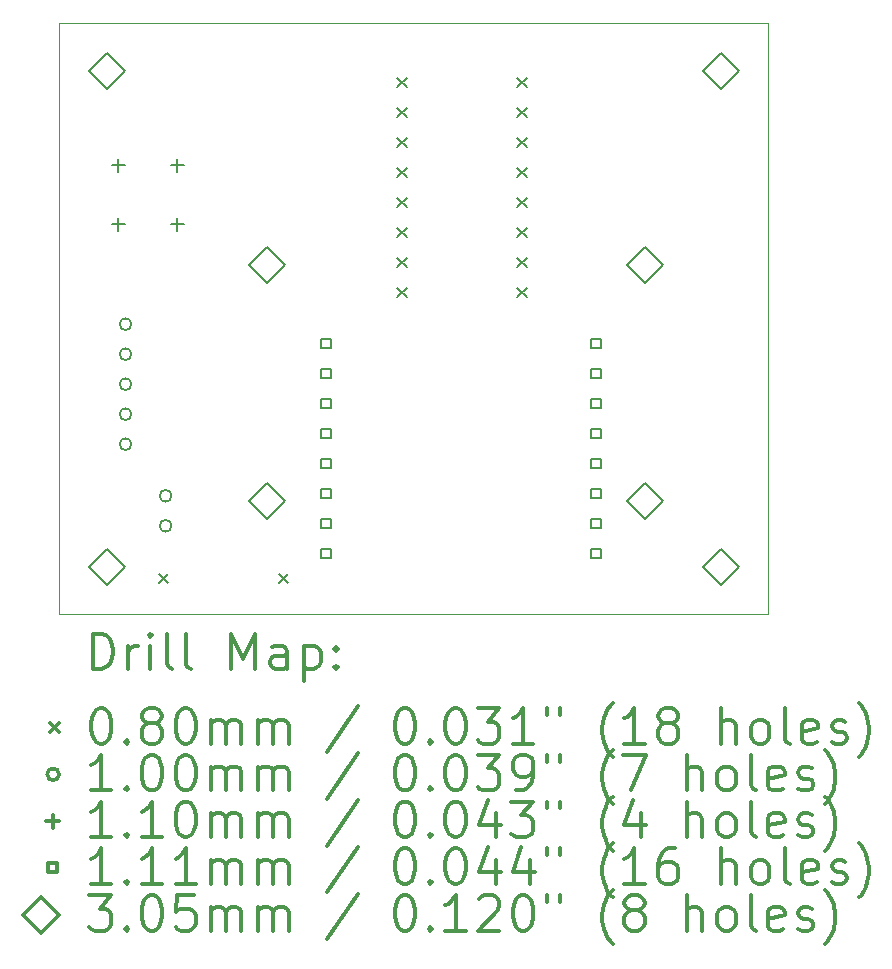
<source format=gbr>
%FSLAX45Y45*%
G04 Gerber Fmt 4.5, Leading zero omitted, Abs format (unit mm)*
G04 Created by KiCad (PCBNEW (5.1.2-1)-1) date 2019-05-17 18:31:45*
%MOMM*%
%LPD*%
G04 APERTURE LIST*
%ADD10C,0.050000*%
%ADD11C,0.200000*%
%ADD12C,0.300000*%
G04 APERTURE END LIST*
D10*
X9710000Y-11522000D02*
X9710000Y-6522000D01*
X15710000Y-11522000D02*
X9710000Y-11522000D01*
X15710000Y-6522000D02*
X15710000Y-11522000D01*
X9710000Y-6522000D02*
X15710000Y-6522000D01*
D11*
X10554000Y-11182000D02*
X10634000Y-11262000D01*
X10634000Y-11182000D02*
X10554000Y-11262000D01*
X11570000Y-11182000D02*
X11650000Y-11262000D01*
X11650000Y-11182000D02*
X11570000Y-11262000D01*
X12570000Y-6982000D02*
X12650000Y-7062000D01*
X12650000Y-6982000D02*
X12570000Y-7062000D01*
X12570000Y-7236000D02*
X12650000Y-7316000D01*
X12650000Y-7236000D02*
X12570000Y-7316000D01*
X12570000Y-7490000D02*
X12650000Y-7570000D01*
X12650000Y-7490000D02*
X12570000Y-7570000D01*
X12570000Y-7744000D02*
X12650000Y-7824000D01*
X12650000Y-7744000D02*
X12570000Y-7824000D01*
X12570000Y-7998000D02*
X12650000Y-8078000D01*
X12650000Y-7998000D02*
X12570000Y-8078000D01*
X12570000Y-8252000D02*
X12650000Y-8332000D01*
X12650000Y-8252000D02*
X12570000Y-8332000D01*
X12570000Y-8506000D02*
X12650000Y-8586000D01*
X12650000Y-8506000D02*
X12570000Y-8586000D01*
X12570000Y-8760000D02*
X12650000Y-8840000D01*
X12650000Y-8760000D02*
X12570000Y-8840000D01*
X13586000Y-6982000D02*
X13666000Y-7062000D01*
X13666000Y-6982000D02*
X13586000Y-7062000D01*
X13586000Y-7236000D02*
X13666000Y-7316000D01*
X13666000Y-7236000D02*
X13586000Y-7316000D01*
X13586000Y-7490000D02*
X13666000Y-7570000D01*
X13666000Y-7490000D02*
X13586000Y-7570000D01*
X13586000Y-7744000D02*
X13666000Y-7824000D01*
X13666000Y-7744000D02*
X13586000Y-7824000D01*
X13586000Y-7998000D02*
X13666000Y-8078000D01*
X13666000Y-7998000D02*
X13586000Y-8078000D01*
X13586000Y-8252000D02*
X13666000Y-8332000D01*
X13666000Y-8252000D02*
X13586000Y-8332000D01*
X13586000Y-8506000D02*
X13666000Y-8586000D01*
X13666000Y-8506000D02*
X13586000Y-8586000D01*
X13586000Y-8760000D02*
X13666000Y-8840000D01*
X13666000Y-8760000D02*
X13586000Y-8840000D01*
X10320100Y-9069200D02*
G75*
G03X10320100Y-9069200I-50000J0D01*
G01*
X10320100Y-9323200D02*
G75*
G03X10320100Y-9323200I-50000J0D01*
G01*
X10320100Y-9577200D02*
G75*
G03X10320100Y-9577200I-50000J0D01*
G01*
X10320100Y-9831200D02*
G75*
G03X10320100Y-9831200I-50000J0D01*
G01*
X10320100Y-10085200D02*
G75*
G03X10320100Y-10085200I-50000J0D01*
G01*
X10660000Y-10522000D02*
G75*
G03X10660000Y-10522000I-50000J0D01*
G01*
X10660000Y-10776000D02*
G75*
G03X10660000Y-10776000I-50000J0D01*
G01*
X10210000Y-7667000D02*
X10210000Y-7777000D01*
X10155000Y-7722000D02*
X10265000Y-7722000D01*
X10210000Y-8167000D02*
X10210000Y-8277000D01*
X10155000Y-8222000D02*
X10265000Y-8222000D01*
X10710000Y-7667000D02*
X10710000Y-7777000D01*
X10655000Y-7722000D02*
X10765000Y-7722000D01*
X10710000Y-8167000D02*
X10710000Y-8277000D01*
X10655000Y-8222000D02*
X10765000Y-8222000D01*
X12006245Y-9272245D02*
X12006245Y-9193755D01*
X11927755Y-9193755D01*
X11927755Y-9272245D01*
X12006245Y-9272245D01*
X12006245Y-9526245D02*
X12006245Y-9447755D01*
X11927755Y-9447755D01*
X11927755Y-9526245D01*
X12006245Y-9526245D01*
X12006245Y-9780245D02*
X12006245Y-9701755D01*
X11927755Y-9701755D01*
X11927755Y-9780245D01*
X12006245Y-9780245D01*
X12006245Y-10034245D02*
X12006245Y-9955755D01*
X11927755Y-9955755D01*
X11927755Y-10034245D01*
X12006245Y-10034245D01*
X12006245Y-10288245D02*
X12006245Y-10209755D01*
X11927755Y-10209755D01*
X11927755Y-10288245D01*
X12006245Y-10288245D01*
X12006245Y-10542245D02*
X12006245Y-10463755D01*
X11927755Y-10463755D01*
X11927755Y-10542245D01*
X12006245Y-10542245D01*
X12006245Y-10796245D02*
X12006245Y-10717755D01*
X11927755Y-10717755D01*
X11927755Y-10796245D01*
X12006245Y-10796245D01*
X12006245Y-11050245D02*
X12006245Y-10971755D01*
X11927755Y-10971755D01*
X11927755Y-11050245D01*
X12006245Y-11050245D01*
X14292245Y-9272245D02*
X14292245Y-9193755D01*
X14213755Y-9193755D01*
X14213755Y-9272245D01*
X14292245Y-9272245D01*
X14292245Y-9526245D02*
X14292245Y-9447755D01*
X14213755Y-9447755D01*
X14213755Y-9526245D01*
X14292245Y-9526245D01*
X14292245Y-9780245D02*
X14292245Y-9701755D01*
X14213755Y-9701755D01*
X14213755Y-9780245D01*
X14292245Y-9780245D01*
X14292245Y-10034245D02*
X14292245Y-9955755D01*
X14213755Y-9955755D01*
X14213755Y-10034245D01*
X14292245Y-10034245D01*
X14292245Y-10288245D02*
X14292245Y-10209755D01*
X14213755Y-10209755D01*
X14213755Y-10288245D01*
X14292245Y-10288245D01*
X14292245Y-10542245D02*
X14292245Y-10463755D01*
X14213755Y-10463755D01*
X14213755Y-10542245D01*
X14292245Y-10542245D01*
X14292245Y-10796245D02*
X14292245Y-10717755D01*
X14213755Y-10717755D01*
X14213755Y-10796245D01*
X14292245Y-10796245D01*
X14292245Y-11050245D02*
X14292245Y-10971755D01*
X14213755Y-10971755D01*
X14213755Y-11050245D01*
X14292245Y-11050245D01*
X15310000Y-7074400D02*
X15462400Y-6922000D01*
X15310000Y-6769600D01*
X15157600Y-6922000D01*
X15310000Y-7074400D01*
X10110000Y-11274400D02*
X10262400Y-11122000D01*
X10110000Y-10969600D01*
X9957600Y-11122000D01*
X10110000Y-11274400D01*
X11471600Y-8720100D02*
X11624000Y-8567700D01*
X11471600Y-8415300D01*
X11319200Y-8567700D01*
X11471600Y-8720100D01*
X11471600Y-10720100D02*
X11624000Y-10567700D01*
X11471600Y-10415300D01*
X11319200Y-10567700D01*
X11471600Y-10720100D01*
X14671600Y-8720100D02*
X14824000Y-8567700D01*
X14671600Y-8415300D01*
X14519200Y-8567700D01*
X14671600Y-8720100D01*
X14671600Y-10720100D02*
X14824000Y-10567700D01*
X14671600Y-10415300D01*
X14519200Y-10567700D01*
X14671600Y-10720100D01*
X15310000Y-11274400D02*
X15462400Y-11122000D01*
X15310000Y-10969600D01*
X15157600Y-11122000D01*
X15310000Y-11274400D01*
X10110000Y-7074400D02*
X10262400Y-6922000D01*
X10110000Y-6769600D01*
X9957600Y-6922000D01*
X10110000Y-7074400D01*
D12*
X9993928Y-11990214D02*
X9993928Y-11690214D01*
X10065357Y-11690214D01*
X10108214Y-11704500D01*
X10136786Y-11733071D01*
X10151071Y-11761643D01*
X10165357Y-11818786D01*
X10165357Y-11861643D01*
X10151071Y-11918786D01*
X10136786Y-11947357D01*
X10108214Y-11975929D01*
X10065357Y-11990214D01*
X9993928Y-11990214D01*
X10293928Y-11990214D02*
X10293928Y-11790214D01*
X10293928Y-11847357D02*
X10308214Y-11818786D01*
X10322500Y-11804500D01*
X10351071Y-11790214D01*
X10379643Y-11790214D01*
X10479643Y-11990214D02*
X10479643Y-11790214D01*
X10479643Y-11690214D02*
X10465357Y-11704500D01*
X10479643Y-11718786D01*
X10493928Y-11704500D01*
X10479643Y-11690214D01*
X10479643Y-11718786D01*
X10665357Y-11990214D02*
X10636786Y-11975929D01*
X10622500Y-11947357D01*
X10622500Y-11690214D01*
X10822500Y-11990214D02*
X10793928Y-11975929D01*
X10779643Y-11947357D01*
X10779643Y-11690214D01*
X11165357Y-11990214D02*
X11165357Y-11690214D01*
X11265357Y-11904500D01*
X11365357Y-11690214D01*
X11365357Y-11990214D01*
X11636786Y-11990214D02*
X11636786Y-11833071D01*
X11622500Y-11804500D01*
X11593928Y-11790214D01*
X11536786Y-11790214D01*
X11508214Y-11804500D01*
X11636786Y-11975929D02*
X11608214Y-11990214D01*
X11536786Y-11990214D01*
X11508214Y-11975929D01*
X11493928Y-11947357D01*
X11493928Y-11918786D01*
X11508214Y-11890214D01*
X11536786Y-11875929D01*
X11608214Y-11875929D01*
X11636786Y-11861643D01*
X11779643Y-11790214D02*
X11779643Y-12090214D01*
X11779643Y-11804500D02*
X11808214Y-11790214D01*
X11865357Y-11790214D01*
X11893928Y-11804500D01*
X11908214Y-11818786D01*
X11922500Y-11847357D01*
X11922500Y-11933071D01*
X11908214Y-11961643D01*
X11893928Y-11975929D01*
X11865357Y-11990214D01*
X11808214Y-11990214D01*
X11779643Y-11975929D01*
X12051071Y-11961643D02*
X12065357Y-11975929D01*
X12051071Y-11990214D01*
X12036786Y-11975929D01*
X12051071Y-11961643D01*
X12051071Y-11990214D01*
X12051071Y-11804500D02*
X12065357Y-11818786D01*
X12051071Y-11833071D01*
X12036786Y-11818786D01*
X12051071Y-11804500D01*
X12051071Y-11833071D01*
X9627500Y-12444500D02*
X9707500Y-12524500D01*
X9707500Y-12444500D02*
X9627500Y-12524500D01*
X10051071Y-12320214D02*
X10079643Y-12320214D01*
X10108214Y-12334500D01*
X10122500Y-12348786D01*
X10136786Y-12377357D01*
X10151071Y-12434500D01*
X10151071Y-12505929D01*
X10136786Y-12563071D01*
X10122500Y-12591643D01*
X10108214Y-12605929D01*
X10079643Y-12620214D01*
X10051071Y-12620214D01*
X10022500Y-12605929D01*
X10008214Y-12591643D01*
X9993928Y-12563071D01*
X9979643Y-12505929D01*
X9979643Y-12434500D01*
X9993928Y-12377357D01*
X10008214Y-12348786D01*
X10022500Y-12334500D01*
X10051071Y-12320214D01*
X10279643Y-12591643D02*
X10293928Y-12605929D01*
X10279643Y-12620214D01*
X10265357Y-12605929D01*
X10279643Y-12591643D01*
X10279643Y-12620214D01*
X10465357Y-12448786D02*
X10436786Y-12434500D01*
X10422500Y-12420214D01*
X10408214Y-12391643D01*
X10408214Y-12377357D01*
X10422500Y-12348786D01*
X10436786Y-12334500D01*
X10465357Y-12320214D01*
X10522500Y-12320214D01*
X10551071Y-12334500D01*
X10565357Y-12348786D01*
X10579643Y-12377357D01*
X10579643Y-12391643D01*
X10565357Y-12420214D01*
X10551071Y-12434500D01*
X10522500Y-12448786D01*
X10465357Y-12448786D01*
X10436786Y-12463071D01*
X10422500Y-12477357D01*
X10408214Y-12505929D01*
X10408214Y-12563071D01*
X10422500Y-12591643D01*
X10436786Y-12605929D01*
X10465357Y-12620214D01*
X10522500Y-12620214D01*
X10551071Y-12605929D01*
X10565357Y-12591643D01*
X10579643Y-12563071D01*
X10579643Y-12505929D01*
X10565357Y-12477357D01*
X10551071Y-12463071D01*
X10522500Y-12448786D01*
X10765357Y-12320214D02*
X10793928Y-12320214D01*
X10822500Y-12334500D01*
X10836786Y-12348786D01*
X10851071Y-12377357D01*
X10865357Y-12434500D01*
X10865357Y-12505929D01*
X10851071Y-12563071D01*
X10836786Y-12591643D01*
X10822500Y-12605929D01*
X10793928Y-12620214D01*
X10765357Y-12620214D01*
X10736786Y-12605929D01*
X10722500Y-12591643D01*
X10708214Y-12563071D01*
X10693928Y-12505929D01*
X10693928Y-12434500D01*
X10708214Y-12377357D01*
X10722500Y-12348786D01*
X10736786Y-12334500D01*
X10765357Y-12320214D01*
X10993928Y-12620214D02*
X10993928Y-12420214D01*
X10993928Y-12448786D02*
X11008214Y-12434500D01*
X11036786Y-12420214D01*
X11079643Y-12420214D01*
X11108214Y-12434500D01*
X11122500Y-12463071D01*
X11122500Y-12620214D01*
X11122500Y-12463071D02*
X11136786Y-12434500D01*
X11165357Y-12420214D01*
X11208214Y-12420214D01*
X11236786Y-12434500D01*
X11251071Y-12463071D01*
X11251071Y-12620214D01*
X11393928Y-12620214D02*
X11393928Y-12420214D01*
X11393928Y-12448786D02*
X11408214Y-12434500D01*
X11436786Y-12420214D01*
X11479643Y-12420214D01*
X11508214Y-12434500D01*
X11522500Y-12463071D01*
X11522500Y-12620214D01*
X11522500Y-12463071D02*
X11536786Y-12434500D01*
X11565357Y-12420214D01*
X11608214Y-12420214D01*
X11636786Y-12434500D01*
X11651071Y-12463071D01*
X11651071Y-12620214D01*
X12236786Y-12305929D02*
X11979643Y-12691643D01*
X12622500Y-12320214D02*
X12651071Y-12320214D01*
X12679643Y-12334500D01*
X12693928Y-12348786D01*
X12708214Y-12377357D01*
X12722500Y-12434500D01*
X12722500Y-12505929D01*
X12708214Y-12563071D01*
X12693928Y-12591643D01*
X12679643Y-12605929D01*
X12651071Y-12620214D01*
X12622500Y-12620214D01*
X12593928Y-12605929D01*
X12579643Y-12591643D01*
X12565357Y-12563071D01*
X12551071Y-12505929D01*
X12551071Y-12434500D01*
X12565357Y-12377357D01*
X12579643Y-12348786D01*
X12593928Y-12334500D01*
X12622500Y-12320214D01*
X12851071Y-12591643D02*
X12865357Y-12605929D01*
X12851071Y-12620214D01*
X12836786Y-12605929D01*
X12851071Y-12591643D01*
X12851071Y-12620214D01*
X13051071Y-12320214D02*
X13079643Y-12320214D01*
X13108214Y-12334500D01*
X13122500Y-12348786D01*
X13136786Y-12377357D01*
X13151071Y-12434500D01*
X13151071Y-12505929D01*
X13136786Y-12563071D01*
X13122500Y-12591643D01*
X13108214Y-12605929D01*
X13079643Y-12620214D01*
X13051071Y-12620214D01*
X13022500Y-12605929D01*
X13008214Y-12591643D01*
X12993928Y-12563071D01*
X12979643Y-12505929D01*
X12979643Y-12434500D01*
X12993928Y-12377357D01*
X13008214Y-12348786D01*
X13022500Y-12334500D01*
X13051071Y-12320214D01*
X13251071Y-12320214D02*
X13436786Y-12320214D01*
X13336786Y-12434500D01*
X13379643Y-12434500D01*
X13408214Y-12448786D01*
X13422500Y-12463071D01*
X13436786Y-12491643D01*
X13436786Y-12563071D01*
X13422500Y-12591643D01*
X13408214Y-12605929D01*
X13379643Y-12620214D01*
X13293928Y-12620214D01*
X13265357Y-12605929D01*
X13251071Y-12591643D01*
X13722500Y-12620214D02*
X13551071Y-12620214D01*
X13636786Y-12620214D02*
X13636786Y-12320214D01*
X13608214Y-12363071D01*
X13579643Y-12391643D01*
X13551071Y-12405929D01*
X13836786Y-12320214D02*
X13836786Y-12377357D01*
X13951071Y-12320214D02*
X13951071Y-12377357D01*
X14393928Y-12734500D02*
X14379643Y-12720214D01*
X14351071Y-12677357D01*
X14336786Y-12648786D01*
X14322500Y-12605929D01*
X14308214Y-12534500D01*
X14308214Y-12477357D01*
X14322500Y-12405929D01*
X14336786Y-12363071D01*
X14351071Y-12334500D01*
X14379643Y-12291643D01*
X14393928Y-12277357D01*
X14665357Y-12620214D02*
X14493928Y-12620214D01*
X14579643Y-12620214D02*
X14579643Y-12320214D01*
X14551071Y-12363071D01*
X14522500Y-12391643D01*
X14493928Y-12405929D01*
X14836786Y-12448786D02*
X14808214Y-12434500D01*
X14793928Y-12420214D01*
X14779643Y-12391643D01*
X14779643Y-12377357D01*
X14793928Y-12348786D01*
X14808214Y-12334500D01*
X14836786Y-12320214D01*
X14893928Y-12320214D01*
X14922500Y-12334500D01*
X14936786Y-12348786D01*
X14951071Y-12377357D01*
X14951071Y-12391643D01*
X14936786Y-12420214D01*
X14922500Y-12434500D01*
X14893928Y-12448786D01*
X14836786Y-12448786D01*
X14808214Y-12463071D01*
X14793928Y-12477357D01*
X14779643Y-12505929D01*
X14779643Y-12563071D01*
X14793928Y-12591643D01*
X14808214Y-12605929D01*
X14836786Y-12620214D01*
X14893928Y-12620214D01*
X14922500Y-12605929D01*
X14936786Y-12591643D01*
X14951071Y-12563071D01*
X14951071Y-12505929D01*
X14936786Y-12477357D01*
X14922500Y-12463071D01*
X14893928Y-12448786D01*
X15308214Y-12620214D02*
X15308214Y-12320214D01*
X15436786Y-12620214D02*
X15436786Y-12463071D01*
X15422500Y-12434500D01*
X15393928Y-12420214D01*
X15351071Y-12420214D01*
X15322500Y-12434500D01*
X15308214Y-12448786D01*
X15622500Y-12620214D02*
X15593928Y-12605929D01*
X15579643Y-12591643D01*
X15565357Y-12563071D01*
X15565357Y-12477357D01*
X15579643Y-12448786D01*
X15593928Y-12434500D01*
X15622500Y-12420214D01*
X15665357Y-12420214D01*
X15693928Y-12434500D01*
X15708214Y-12448786D01*
X15722500Y-12477357D01*
X15722500Y-12563071D01*
X15708214Y-12591643D01*
X15693928Y-12605929D01*
X15665357Y-12620214D01*
X15622500Y-12620214D01*
X15893928Y-12620214D02*
X15865357Y-12605929D01*
X15851071Y-12577357D01*
X15851071Y-12320214D01*
X16122500Y-12605929D02*
X16093928Y-12620214D01*
X16036786Y-12620214D01*
X16008214Y-12605929D01*
X15993928Y-12577357D01*
X15993928Y-12463071D01*
X16008214Y-12434500D01*
X16036786Y-12420214D01*
X16093928Y-12420214D01*
X16122500Y-12434500D01*
X16136786Y-12463071D01*
X16136786Y-12491643D01*
X15993928Y-12520214D01*
X16251071Y-12605929D02*
X16279643Y-12620214D01*
X16336786Y-12620214D01*
X16365357Y-12605929D01*
X16379643Y-12577357D01*
X16379643Y-12563071D01*
X16365357Y-12534500D01*
X16336786Y-12520214D01*
X16293928Y-12520214D01*
X16265357Y-12505929D01*
X16251071Y-12477357D01*
X16251071Y-12463071D01*
X16265357Y-12434500D01*
X16293928Y-12420214D01*
X16336786Y-12420214D01*
X16365357Y-12434500D01*
X16479643Y-12734500D02*
X16493928Y-12720214D01*
X16522500Y-12677357D01*
X16536786Y-12648786D01*
X16551071Y-12605929D01*
X16565357Y-12534500D01*
X16565357Y-12477357D01*
X16551071Y-12405929D01*
X16536786Y-12363071D01*
X16522500Y-12334500D01*
X16493928Y-12291643D01*
X16479643Y-12277357D01*
X9707500Y-12880500D02*
G75*
G03X9707500Y-12880500I-50000J0D01*
G01*
X10151071Y-13016214D02*
X9979643Y-13016214D01*
X10065357Y-13016214D02*
X10065357Y-12716214D01*
X10036786Y-12759071D01*
X10008214Y-12787643D01*
X9979643Y-12801929D01*
X10279643Y-12987643D02*
X10293928Y-13001929D01*
X10279643Y-13016214D01*
X10265357Y-13001929D01*
X10279643Y-12987643D01*
X10279643Y-13016214D01*
X10479643Y-12716214D02*
X10508214Y-12716214D01*
X10536786Y-12730500D01*
X10551071Y-12744786D01*
X10565357Y-12773357D01*
X10579643Y-12830500D01*
X10579643Y-12901929D01*
X10565357Y-12959071D01*
X10551071Y-12987643D01*
X10536786Y-13001929D01*
X10508214Y-13016214D01*
X10479643Y-13016214D01*
X10451071Y-13001929D01*
X10436786Y-12987643D01*
X10422500Y-12959071D01*
X10408214Y-12901929D01*
X10408214Y-12830500D01*
X10422500Y-12773357D01*
X10436786Y-12744786D01*
X10451071Y-12730500D01*
X10479643Y-12716214D01*
X10765357Y-12716214D02*
X10793928Y-12716214D01*
X10822500Y-12730500D01*
X10836786Y-12744786D01*
X10851071Y-12773357D01*
X10865357Y-12830500D01*
X10865357Y-12901929D01*
X10851071Y-12959071D01*
X10836786Y-12987643D01*
X10822500Y-13001929D01*
X10793928Y-13016214D01*
X10765357Y-13016214D01*
X10736786Y-13001929D01*
X10722500Y-12987643D01*
X10708214Y-12959071D01*
X10693928Y-12901929D01*
X10693928Y-12830500D01*
X10708214Y-12773357D01*
X10722500Y-12744786D01*
X10736786Y-12730500D01*
X10765357Y-12716214D01*
X10993928Y-13016214D02*
X10993928Y-12816214D01*
X10993928Y-12844786D02*
X11008214Y-12830500D01*
X11036786Y-12816214D01*
X11079643Y-12816214D01*
X11108214Y-12830500D01*
X11122500Y-12859071D01*
X11122500Y-13016214D01*
X11122500Y-12859071D02*
X11136786Y-12830500D01*
X11165357Y-12816214D01*
X11208214Y-12816214D01*
X11236786Y-12830500D01*
X11251071Y-12859071D01*
X11251071Y-13016214D01*
X11393928Y-13016214D02*
X11393928Y-12816214D01*
X11393928Y-12844786D02*
X11408214Y-12830500D01*
X11436786Y-12816214D01*
X11479643Y-12816214D01*
X11508214Y-12830500D01*
X11522500Y-12859071D01*
X11522500Y-13016214D01*
X11522500Y-12859071D02*
X11536786Y-12830500D01*
X11565357Y-12816214D01*
X11608214Y-12816214D01*
X11636786Y-12830500D01*
X11651071Y-12859071D01*
X11651071Y-13016214D01*
X12236786Y-12701929D02*
X11979643Y-13087643D01*
X12622500Y-12716214D02*
X12651071Y-12716214D01*
X12679643Y-12730500D01*
X12693928Y-12744786D01*
X12708214Y-12773357D01*
X12722500Y-12830500D01*
X12722500Y-12901929D01*
X12708214Y-12959071D01*
X12693928Y-12987643D01*
X12679643Y-13001929D01*
X12651071Y-13016214D01*
X12622500Y-13016214D01*
X12593928Y-13001929D01*
X12579643Y-12987643D01*
X12565357Y-12959071D01*
X12551071Y-12901929D01*
X12551071Y-12830500D01*
X12565357Y-12773357D01*
X12579643Y-12744786D01*
X12593928Y-12730500D01*
X12622500Y-12716214D01*
X12851071Y-12987643D02*
X12865357Y-13001929D01*
X12851071Y-13016214D01*
X12836786Y-13001929D01*
X12851071Y-12987643D01*
X12851071Y-13016214D01*
X13051071Y-12716214D02*
X13079643Y-12716214D01*
X13108214Y-12730500D01*
X13122500Y-12744786D01*
X13136786Y-12773357D01*
X13151071Y-12830500D01*
X13151071Y-12901929D01*
X13136786Y-12959071D01*
X13122500Y-12987643D01*
X13108214Y-13001929D01*
X13079643Y-13016214D01*
X13051071Y-13016214D01*
X13022500Y-13001929D01*
X13008214Y-12987643D01*
X12993928Y-12959071D01*
X12979643Y-12901929D01*
X12979643Y-12830500D01*
X12993928Y-12773357D01*
X13008214Y-12744786D01*
X13022500Y-12730500D01*
X13051071Y-12716214D01*
X13251071Y-12716214D02*
X13436786Y-12716214D01*
X13336786Y-12830500D01*
X13379643Y-12830500D01*
X13408214Y-12844786D01*
X13422500Y-12859071D01*
X13436786Y-12887643D01*
X13436786Y-12959071D01*
X13422500Y-12987643D01*
X13408214Y-13001929D01*
X13379643Y-13016214D01*
X13293928Y-13016214D01*
X13265357Y-13001929D01*
X13251071Y-12987643D01*
X13579643Y-13016214D02*
X13636786Y-13016214D01*
X13665357Y-13001929D01*
X13679643Y-12987643D01*
X13708214Y-12944786D01*
X13722500Y-12887643D01*
X13722500Y-12773357D01*
X13708214Y-12744786D01*
X13693928Y-12730500D01*
X13665357Y-12716214D01*
X13608214Y-12716214D01*
X13579643Y-12730500D01*
X13565357Y-12744786D01*
X13551071Y-12773357D01*
X13551071Y-12844786D01*
X13565357Y-12873357D01*
X13579643Y-12887643D01*
X13608214Y-12901929D01*
X13665357Y-12901929D01*
X13693928Y-12887643D01*
X13708214Y-12873357D01*
X13722500Y-12844786D01*
X13836786Y-12716214D02*
X13836786Y-12773357D01*
X13951071Y-12716214D02*
X13951071Y-12773357D01*
X14393928Y-13130500D02*
X14379643Y-13116214D01*
X14351071Y-13073357D01*
X14336786Y-13044786D01*
X14322500Y-13001929D01*
X14308214Y-12930500D01*
X14308214Y-12873357D01*
X14322500Y-12801929D01*
X14336786Y-12759071D01*
X14351071Y-12730500D01*
X14379643Y-12687643D01*
X14393928Y-12673357D01*
X14479643Y-12716214D02*
X14679643Y-12716214D01*
X14551071Y-13016214D01*
X15022500Y-13016214D02*
X15022500Y-12716214D01*
X15151071Y-13016214D02*
X15151071Y-12859071D01*
X15136786Y-12830500D01*
X15108214Y-12816214D01*
X15065357Y-12816214D01*
X15036786Y-12830500D01*
X15022500Y-12844786D01*
X15336786Y-13016214D02*
X15308214Y-13001929D01*
X15293928Y-12987643D01*
X15279643Y-12959071D01*
X15279643Y-12873357D01*
X15293928Y-12844786D01*
X15308214Y-12830500D01*
X15336786Y-12816214D01*
X15379643Y-12816214D01*
X15408214Y-12830500D01*
X15422500Y-12844786D01*
X15436786Y-12873357D01*
X15436786Y-12959071D01*
X15422500Y-12987643D01*
X15408214Y-13001929D01*
X15379643Y-13016214D01*
X15336786Y-13016214D01*
X15608214Y-13016214D02*
X15579643Y-13001929D01*
X15565357Y-12973357D01*
X15565357Y-12716214D01*
X15836786Y-13001929D02*
X15808214Y-13016214D01*
X15751071Y-13016214D01*
X15722500Y-13001929D01*
X15708214Y-12973357D01*
X15708214Y-12859071D01*
X15722500Y-12830500D01*
X15751071Y-12816214D01*
X15808214Y-12816214D01*
X15836786Y-12830500D01*
X15851071Y-12859071D01*
X15851071Y-12887643D01*
X15708214Y-12916214D01*
X15965357Y-13001929D02*
X15993928Y-13016214D01*
X16051071Y-13016214D01*
X16079643Y-13001929D01*
X16093928Y-12973357D01*
X16093928Y-12959071D01*
X16079643Y-12930500D01*
X16051071Y-12916214D01*
X16008214Y-12916214D01*
X15979643Y-12901929D01*
X15965357Y-12873357D01*
X15965357Y-12859071D01*
X15979643Y-12830500D01*
X16008214Y-12816214D01*
X16051071Y-12816214D01*
X16079643Y-12830500D01*
X16193928Y-13130500D02*
X16208214Y-13116214D01*
X16236786Y-13073357D01*
X16251071Y-13044786D01*
X16265357Y-13001929D01*
X16279643Y-12930500D01*
X16279643Y-12873357D01*
X16265357Y-12801929D01*
X16251071Y-12759071D01*
X16236786Y-12730500D01*
X16208214Y-12687643D01*
X16193928Y-12673357D01*
X9652500Y-13221500D02*
X9652500Y-13331500D01*
X9597500Y-13276500D02*
X9707500Y-13276500D01*
X10151071Y-13412214D02*
X9979643Y-13412214D01*
X10065357Y-13412214D02*
X10065357Y-13112214D01*
X10036786Y-13155071D01*
X10008214Y-13183643D01*
X9979643Y-13197929D01*
X10279643Y-13383643D02*
X10293928Y-13397929D01*
X10279643Y-13412214D01*
X10265357Y-13397929D01*
X10279643Y-13383643D01*
X10279643Y-13412214D01*
X10579643Y-13412214D02*
X10408214Y-13412214D01*
X10493928Y-13412214D02*
X10493928Y-13112214D01*
X10465357Y-13155071D01*
X10436786Y-13183643D01*
X10408214Y-13197929D01*
X10765357Y-13112214D02*
X10793928Y-13112214D01*
X10822500Y-13126500D01*
X10836786Y-13140786D01*
X10851071Y-13169357D01*
X10865357Y-13226500D01*
X10865357Y-13297929D01*
X10851071Y-13355071D01*
X10836786Y-13383643D01*
X10822500Y-13397929D01*
X10793928Y-13412214D01*
X10765357Y-13412214D01*
X10736786Y-13397929D01*
X10722500Y-13383643D01*
X10708214Y-13355071D01*
X10693928Y-13297929D01*
X10693928Y-13226500D01*
X10708214Y-13169357D01*
X10722500Y-13140786D01*
X10736786Y-13126500D01*
X10765357Y-13112214D01*
X10993928Y-13412214D02*
X10993928Y-13212214D01*
X10993928Y-13240786D02*
X11008214Y-13226500D01*
X11036786Y-13212214D01*
X11079643Y-13212214D01*
X11108214Y-13226500D01*
X11122500Y-13255071D01*
X11122500Y-13412214D01*
X11122500Y-13255071D02*
X11136786Y-13226500D01*
X11165357Y-13212214D01*
X11208214Y-13212214D01*
X11236786Y-13226500D01*
X11251071Y-13255071D01*
X11251071Y-13412214D01*
X11393928Y-13412214D02*
X11393928Y-13212214D01*
X11393928Y-13240786D02*
X11408214Y-13226500D01*
X11436786Y-13212214D01*
X11479643Y-13212214D01*
X11508214Y-13226500D01*
X11522500Y-13255071D01*
X11522500Y-13412214D01*
X11522500Y-13255071D02*
X11536786Y-13226500D01*
X11565357Y-13212214D01*
X11608214Y-13212214D01*
X11636786Y-13226500D01*
X11651071Y-13255071D01*
X11651071Y-13412214D01*
X12236786Y-13097929D02*
X11979643Y-13483643D01*
X12622500Y-13112214D02*
X12651071Y-13112214D01*
X12679643Y-13126500D01*
X12693928Y-13140786D01*
X12708214Y-13169357D01*
X12722500Y-13226500D01*
X12722500Y-13297929D01*
X12708214Y-13355071D01*
X12693928Y-13383643D01*
X12679643Y-13397929D01*
X12651071Y-13412214D01*
X12622500Y-13412214D01*
X12593928Y-13397929D01*
X12579643Y-13383643D01*
X12565357Y-13355071D01*
X12551071Y-13297929D01*
X12551071Y-13226500D01*
X12565357Y-13169357D01*
X12579643Y-13140786D01*
X12593928Y-13126500D01*
X12622500Y-13112214D01*
X12851071Y-13383643D02*
X12865357Y-13397929D01*
X12851071Y-13412214D01*
X12836786Y-13397929D01*
X12851071Y-13383643D01*
X12851071Y-13412214D01*
X13051071Y-13112214D02*
X13079643Y-13112214D01*
X13108214Y-13126500D01*
X13122500Y-13140786D01*
X13136786Y-13169357D01*
X13151071Y-13226500D01*
X13151071Y-13297929D01*
X13136786Y-13355071D01*
X13122500Y-13383643D01*
X13108214Y-13397929D01*
X13079643Y-13412214D01*
X13051071Y-13412214D01*
X13022500Y-13397929D01*
X13008214Y-13383643D01*
X12993928Y-13355071D01*
X12979643Y-13297929D01*
X12979643Y-13226500D01*
X12993928Y-13169357D01*
X13008214Y-13140786D01*
X13022500Y-13126500D01*
X13051071Y-13112214D01*
X13408214Y-13212214D02*
X13408214Y-13412214D01*
X13336786Y-13097929D02*
X13265357Y-13312214D01*
X13451071Y-13312214D01*
X13536786Y-13112214D02*
X13722500Y-13112214D01*
X13622500Y-13226500D01*
X13665357Y-13226500D01*
X13693928Y-13240786D01*
X13708214Y-13255071D01*
X13722500Y-13283643D01*
X13722500Y-13355071D01*
X13708214Y-13383643D01*
X13693928Y-13397929D01*
X13665357Y-13412214D01*
X13579643Y-13412214D01*
X13551071Y-13397929D01*
X13536786Y-13383643D01*
X13836786Y-13112214D02*
X13836786Y-13169357D01*
X13951071Y-13112214D02*
X13951071Y-13169357D01*
X14393928Y-13526500D02*
X14379643Y-13512214D01*
X14351071Y-13469357D01*
X14336786Y-13440786D01*
X14322500Y-13397929D01*
X14308214Y-13326500D01*
X14308214Y-13269357D01*
X14322500Y-13197929D01*
X14336786Y-13155071D01*
X14351071Y-13126500D01*
X14379643Y-13083643D01*
X14393928Y-13069357D01*
X14636786Y-13212214D02*
X14636786Y-13412214D01*
X14565357Y-13097929D02*
X14493928Y-13312214D01*
X14679643Y-13312214D01*
X15022500Y-13412214D02*
X15022500Y-13112214D01*
X15151071Y-13412214D02*
X15151071Y-13255071D01*
X15136786Y-13226500D01*
X15108214Y-13212214D01*
X15065357Y-13212214D01*
X15036786Y-13226500D01*
X15022500Y-13240786D01*
X15336786Y-13412214D02*
X15308214Y-13397929D01*
X15293928Y-13383643D01*
X15279643Y-13355071D01*
X15279643Y-13269357D01*
X15293928Y-13240786D01*
X15308214Y-13226500D01*
X15336786Y-13212214D01*
X15379643Y-13212214D01*
X15408214Y-13226500D01*
X15422500Y-13240786D01*
X15436786Y-13269357D01*
X15436786Y-13355071D01*
X15422500Y-13383643D01*
X15408214Y-13397929D01*
X15379643Y-13412214D01*
X15336786Y-13412214D01*
X15608214Y-13412214D02*
X15579643Y-13397929D01*
X15565357Y-13369357D01*
X15565357Y-13112214D01*
X15836786Y-13397929D02*
X15808214Y-13412214D01*
X15751071Y-13412214D01*
X15722500Y-13397929D01*
X15708214Y-13369357D01*
X15708214Y-13255071D01*
X15722500Y-13226500D01*
X15751071Y-13212214D01*
X15808214Y-13212214D01*
X15836786Y-13226500D01*
X15851071Y-13255071D01*
X15851071Y-13283643D01*
X15708214Y-13312214D01*
X15965357Y-13397929D02*
X15993928Y-13412214D01*
X16051071Y-13412214D01*
X16079643Y-13397929D01*
X16093928Y-13369357D01*
X16093928Y-13355071D01*
X16079643Y-13326500D01*
X16051071Y-13312214D01*
X16008214Y-13312214D01*
X15979643Y-13297929D01*
X15965357Y-13269357D01*
X15965357Y-13255071D01*
X15979643Y-13226500D01*
X16008214Y-13212214D01*
X16051071Y-13212214D01*
X16079643Y-13226500D01*
X16193928Y-13526500D02*
X16208214Y-13512214D01*
X16236786Y-13469357D01*
X16251071Y-13440786D01*
X16265357Y-13397929D01*
X16279643Y-13326500D01*
X16279643Y-13269357D01*
X16265357Y-13197929D01*
X16251071Y-13155071D01*
X16236786Y-13126500D01*
X16208214Y-13083643D01*
X16193928Y-13069357D01*
X9691245Y-13711745D02*
X9691245Y-13633255D01*
X9612755Y-13633255D01*
X9612755Y-13711745D01*
X9691245Y-13711745D01*
X10151071Y-13808214D02*
X9979643Y-13808214D01*
X10065357Y-13808214D02*
X10065357Y-13508214D01*
X10036786Y-13551071D01*
X10008214Y-13579643D01*
X9979643Y-13593929D01*
X10279643Y-13779643D02*
X10293928Y-13793929D01*
X10279643Y-13808214D01*
X10265357Y-13793929D01*
X10279643Y-13779643D01*
X10279643Y-13808214D01*
X10579643Y-13808214D02*
X10408214Y-13808214D01*
X10493928Y-13808214D02*
X10493928Y-13508214D01*
X10465357Y-13551071D01*
X10436786Y-13579643D01*
X10408214Y-13593929D01*
X10865357Y-13808214D02*
X10693928Y-13808214D01*
X10779643Y-13808214D02*
X10779643Y-13508214D01*
X10751071Y-13551071D01*
X10722500Y-13579643D01*
X10693928Y-13593929D01*
X10993928Y-13808214D02*
X10993928Y-13608214D01*
X10993928Y-13636786D02*
X11008214Y-13622500D01*
X11036786Y-13608214D01*
X11079643Y-13608214D01*
X11108214Y-13622500D01*
X11122500Y-13651071D01*
X11122500Y-13808214D01*
X11122500Y-13651071D02*
X11136786Y-13622500D01*
X11165357Y-13608214D01*
X11208214Y-13608214D01*
X11236786Y-13622500D01*
X11251071Y-13651071D01*
X11251071Y-13808214D01*
X11393928Y-13808214D02*
X11393928Y-13608214D01*
X11393928Y-13636786D02*
X11408214Y-13622500D01*
X11436786Y-13608214D01*
X11479643Y-13608214D01*
X11508214Y-13622500D01*
X11522500Y-13651071D01*
X11522500Y-13808214D01*
X11522500Y-13651071D02*
X11536786Y-13622500D01*
X11565357Y-13608214D01*
X11608214Y-13608214D01*
X11636786Y-13622500D01*
X11651071Y-13651071D01*
X11651071Y-13808214D01*
X12236786Y-13493929D02*
X11979643Y-13879643D01*
X12622500Y-13508214D02*
X12651071Y-13508214D01*
X12679643Y-13522500D01*
X12693928Y-13536786D01*
X12708214Y-13565357D01*
X12722500Y-13622500D01*
X12722500Y-13693929D01*
X12708214Y-13751071D01*
X12693928Y-13779643D01*
X12679643Y-13793929D01*
X12651071Y-13808214D01*
X12622500Y-13808214D01*
X12593928Y-13793929D01*
X12579643Y-13779643D01*
X12565357Y-13751071D01*
X12551071Y-13693929D01*
X12551071Y-13622500D01*
X12565357Y-13565357D01*
X12579643Y-13536786D01*
X12593928Y-13522500D01*
X12622500Y-13508214D01*
X12851071Y-13779643D02*
X12865357Y-13793929D01*
X12851071Y-13808214D01*
X12836786Y-13793929D01*
X12851071Y-13779643D01*
X12851071Y-13808214D01*
X13051071Y-13508214D02*
X13079643Y-13508214D01*
X13108214Y-13522500D01*
X13122500Y-13536786D01*
X13136786Y-13565357D01*
X13151071Y-13622500D01*
X13151071Y-13693929D01*
X13136786Y-13751071D01*
X13122500Y-13779643D01*
X13108214Y-13793929D01*
X13079643Y-13808214D01*
X13051071Y-13808214D01*
X13022500Y-13793929D01*
X13008214Y-13779643D01*
X12993928Y-13751071D01*
X12979643Y-13693929D01*
X12979643Y-13622500D01*
X12993928Y-13565357D01*
X13008214Y-13536786D01*
X13022500Y-13522500D01*
X13051071Y-13508214D01*
X13408214Y-13608214D02*
X13408214Y-13808214D01*
X13336786Y-13493929D02*
X13265357Y-13708214D01*
X13451071Y-13708214D01*
X13693928Y-13608214D02*
X13693928Y-13808214D01*
X13622500Y-13493929D02*
X13551071Y-13708214D01*
X13736786Y-13708214D01*
X13836786Y-13508214D02*
X13836786Y-13565357D01*
X13951071Y-13508214D02*
X13951071Y-13565357D01*
X14393928Y-13922500D02*
X14379643Y-13908214D01*
X14351071Y-13865357D01*
X14336786Y-13836786D01*
X14322500Y-13793929D01*
X14308214Y-13722500D01*
X14308214Y-13665357D01*
X14322500Y-13593929D01*
X14336786Y-13551071D01*
X14351071Y-13522500D01*
X14379643Y-13479643D01*
X14393928Y-13465357D01*
X14665357Y-13808214D02*
X14493928Y-13808214D01*
X14579643Y-13808214D02*
X14579643Y-13508214D01*
X14551071Y-13551071D01*
X14522500Y-13579643D01*
X14493928Y-13593929D01*
X14922500Y-13508214D02*
X14865357Y-13508214D01*
X14836786Y-13522500D01*
X14822500Y-13536786D01*
X14793928Y-13579643D01*
X14779643Y-13636786D01*
X14779643Y-13751071D01*
X14793928Y-13779643D01*
X14808214Y-13793929D01*
X14836786Y-13808214D01*
X14893928Y-13808214D01*
X14922500Y-13793929D01*
X14936786Y-13779643D01*
X14951071Y-13751071D01*
X14951071Y-13679643D01*
X14936786Y-13651071D01*
X14922500Y-13636786D01*
X14893928Y-13622500D01*
X14836786Y-13622500D01*
X14808214Y-13636786D01*
X14793928Y-13651071D01*
X14779643Y-13679643D01*
X15308214Y-13808214D02*
X15308214Y-13508214D01*
X15436786Y-13808214D02*
X15436786Y-13651071D01*
X15422500Y-13622500D01*
X15393928Y-13608214D01*
X15351071Y-13608214D01*
X15322500Y-13622500D01*
X15308214Y-13636786D01*
X15622500Y-13808214D02*
X15593928Y-13793929D01*
X15579643Y-13779643D01*
X15565357Y-13751071D01*
X15565357Y-13665357D01*
X15579643Y-13636786D01*
X15593928Y-13622500D01*
X15622500Y-13608214D01*
X15665357Y-13608214D01*
X15693928Y-13622500D01*
X15708214Y-13636786D01*
X15722500Y-13665357D01*
X15722500Y-13751071D01*
X15708214Y-13779643D01*
X15693928Y-13793929D01*
X15665357Y-13808214D01*
X15622500Y-13808214D01*
X15893928Y-13808214D02*
X15865357Y-13793929D01*
X15851071Y-13765357D01*
X15851071Y-13508214D01*
X16122500Y-13793929D02*
X16093928Y-13808214D01*
X16036786Y-13808214D01*
X16008214Y-13793929D01*
X15993928Y-13765357D01*
X15993928Y-13651071D01*
X16008214Y-13622500D01*
X16036786Y-13608214D01*
X16093928Y-13608214D01*
X16122500Y-13622500D01*
X16136786Y-13651071D01*
X16136786Y-13679643D01*
X15993928Y-13708214D01*
X16251071Y-13793929D02*
X16279643Y-13808214D01*
X16336786Y-13808214D01*
X16365357Y-13793929D01*
X16379643Y-13765357D01*
X16379643Y-13751071D01*
X16365357Y-13722500D01*
X16336786Y-13708214D01*
X16293928Y-13708214D01*
X16265357Y-13693929D01*
X16251071Y-13665357D01*
X16251071Y-13651071D01*
X16265357Y-13622500D01*
X16293928Y-13608214D01*
X16336786Y-13608214D01*
X16365357Y-13622500D01*
X16479643Y-13922500D02*
X16493928Y-13908214D01*
X16522500Y-13865357D01*
X16536786Y-13836786D01*
X16551071Y-13793929D01*
X16565357Y-13722500D01*
X16565357Y-13665357D01*
X16551071Y-13593929D01*
X16536786Y-13551071D01*
X16522500Y-13522500D01*
X16493928Y-13479643D01*
X16479643Y-13465357D01*
X9555100Y-14220900D02*
X9707500Y-14068500D01*
X9555100Y-13916100D01*
X9402700Y-14068500D01*
X9555100Y-14220900D01*
X9965357Y-13904214D02*
X10151071Y-13904214D01*
X10051071Y-14018500D01*
X10093928Y-14018500D01*
X10122500Y-14032786D01*
X10136786Y-14047071D01*
X10151071Y-14075643D01*
X10151071Y-14147071D01*
X10136786Y-14175643D01*
X10122500Y-14189929D01*
X10093928Y-14204214D01*
X10008214Y-14204214D01*
X9979643Y-14189929D01*
X9965357Y-14175643D01*
X10279643Y-14175643D02*
X10293928Y-14189929D01*
X10279643Y-14204214D01*
X10265357Y-14189929D01*
X10279643Y-14175643D01*
X10279643Y-14204214D01*
X10479643Y-13904214D02*
X10508214Y-13904214D01*
X10536786Y-13918500D01*
X10551071Y-13932786D01*
X10565357Y-13961357D01*
X10579643Y-14018500D01*
X10579643Y-14089929D01*
X10565357Y-14147071D01*
X10551071Y-14175643D01*
X10536786Y-14189929D01*
X10508214Y-14204214D01*
X10479643Y-14204214D01*
X10451071Y-14189929D01*
X10436786Y-14175643D01*
X10422500Y-14147071D01*
X10408214Y-14089929D01*
X10408214Y-14018500D01*
X10422500Y-13961357D01*
X10436786Y-13932786D01*
X10451071Y-13918500D01*
X10479643Y-13904214D01*
X10851071Y-13904214D02*
X10708214Y-13904214D01*
X10693928Y-14047071D01*
X10708214Y-14032786D01*
X10736786Y-14018500D01*
X10808214Y-14018500D01*
X10836786Y-14032786D01*
X10851071Y-14047071D01*
X10865357Y-14075643D01*
X10865357Y-14147071D01*
X10851071Y-14175643D01*
X10836786Y-14189929D01*
X10808214Y-14204214D01*
X10736786Y-14204214D01*
X10708214Y-14189929D01*
X10693928Y-14175643D01*
X10993928Y-14204214D02*
X10993928Y-14004214D01*
X10993928Y-14032786D02*
X11008214Y-14018500D01*
X11036786Y-14004214D01*
X11079643Y-14004214D01*
X11108214Y-14018500D01*
X11122500Y-14047071D01*
X11122500Y-14204214D01*
X11122500Y-14047071D02*
X11136786Y-14018500D01*
X11165357Y-14004214D01*
X11208214Y-14004214D01*
X11236786Y-14018500D01*
X11251071Y-14047071D01*
X11251071Y-14204214D01*
X11393928Y-14204214D02*
X11393928Y-14004214D01*
X11393928Y-14032786D02*
X11408214Y-14018500D01*
X11436786Y-14004214D01*
X11479643Y-14004214D01*
X11508214Y-14018500D01*
X11522500Y-14047071D01*
X11522500Y-14204214D01*
X11522500Y-14047071D02*
X11536786Y-14018500D01*
X11565357Y-14004214D01*
X11608214Y-14004214D01*
X11636786Y-14018500D01*
X11651071Y-14047071D01*
X11651071Y-14204214D01*
X12236786Y-13889929D02*
X11979643Y-14275643D01*
X12622500Y-13904214D02*
X12651071Y-13904214D01*
X12679643Y-13918500D01*
X12693928Y-13932786D01*
X12708214Y-13961357D01*
X12722500Y-14018500D01*
X12722500Y-14089929D01*
X12708214Y-14147071D01*
X12693928Y-14175643D01*
X12679643Y-14189929D01*
X12651071Y-14204214D01*
X12622500Y-14204214D01*
X12593928Y-14189929D01*
X12579643Y-14175643D01*
X12565357Y-14147071D01*
X12551071Y-14089929D01*
X12551071Y-14018500D01*
X12565357Y-13961357D01*
X12579643Y-13932786D01*
X12593928Y-13918500D01*
X12622500Y-13904214D01*
X12851071Y-14175643D02*
X12865357Y-14189929D01*
X12851071Y-14204214D01*
X12836786Y-14189929D01*
X12851071Y-14175643D01*
X12851071Y-14204214D01*
X13151071Y-14204214D02*
X12979643Y-14204214D01*
X13065357Y-14204214D02*
X13065357Y-13904214D01*
X13036786Y-13947071D01*
X13008214Y-13975643D01*
X12979643Y-13989929D01*
X13265357Y-13932786D02*
X13279643Y-13918500D01*
X13308214Y-13904214D01*
X13379643Y-13904214D01*
X13408214Y-13918500D01*
X13422500Y-13932786D01*
X13436786Y-13961357D01*
X13436786Y-13989929D01*
X13422500Y-14032786D01*
X13251071Y-14204214D01*
X13436786Y-14204214D01*
X13622500Y-13904214D02*
X13651071Y-13904214D01*
X13679643Y-13918500D01*
X13693928Y-13932786D01*
X13708214Y-13961357D01*
X13722500Y-14018500D01*
X13722500Y-14089929D01*
X13708214Y-14147071D01*
X13693928Y-14175643D01*
X13679643Y-14189929D01*
X13651071Y-14204214D01*
X13622500Y-14204214D01*
X13593928Y-14189929D01*
X13579643Y-14175643D01*
X13565357Y-14147071D01*
X13551071Y-14089929D01*
X13551071Y-14018500D01*
X13565357Y-13961357D01*
X13579643Y-13932786D01*
X13593928Y-13918500D01*
X13622500Y-13904214D01*
X13836786Y-13904214D02*
X13836786Y-13961357D01*
X13951071Y-13904214D02*
X13951071Y-13961357D01*
X14393928Y-14318500D02*
X14379643Y-14304214D01*
X14351071Y-14261357D01*
X14336786Y-14232786D01*
X14322500Y-14189929D01*
X14308214Y-14118500D01*
X14308214Y-14061357D01*
X14322500Y-13989929D01*
X14336786Y-13947071D01*
X14351071Y-13918500D01*
X14379643Y-13875643D01*
X14393928Y-13861357D01*
X14551071Y-14032786D02*
X14522500Y-14018500D01*
X14508214Y-14004214D01*
X14493928Y-13975643D01*
X14493928Y-13961357D01*
X14508214Y-13932786D01*
X14522500Y-13918500D01*
X14551071Y-13904214D01*
X14608214Y-13904214D01*
X14636786Y-13918500D01*
X14651071Y-13932786D01*
X14665357Y-13961357D01*
X14665357Y-13975643D01*
X14651071Y-14004214D01*
X14636786Y-14018500D01*
X14608214Y-14032786D01*
X14551071Y-14032786D01*
X14522500Y-14047071D01*
X14508214Y-14061357D01*
X14493928Y-14089929D01*
X14493928Y-14147071D01*
X14508214Y-14175643D01*
X14522500Y-14189929D01*
X14551071Y-14204214D01*
X14608214Y-14204214D01*
X14636786Y-14189929D01*
X14651071Y-14175643D01*
X14665357Y-14147071D01*
X14665357Y-14089929D01*
X14651071Y-14061357D01*
X14636786Y-14047071D01*
X14608214Y-14032786D01*
X15022500Y-14204214D02*
X15022500Y-13904214D01*
X15151071Y-14204214D02*
X15151071Y-14047071D01*
X15136786Y-14018500D01*
X15108214Y-14004214D01*
X15065357Y-14004214D01*
X15036786Y-14018500D01*
X15022500Y-14032786D01*
X15336786Y-14204214D02*
X15308214Y-14189929D01*
X15293928Y-14175643D01*
X15279643Y-14147071D01*
X15279643Y-14061357D01*
X15293928Y-14032786D01*
X15308214Y-14018500D01*
X15336786Y-14004214D01*
X15379643Y-14004214D01*
X15408214Y-14018500D01*
X15422500Y-14032786D01*
X15436786Y-14061357D01*
X15436786Y-14147071D01*
X15422500Y-14175643D01*
X15408214Y-14189929D01*
X15379643Y-14204214D01*
X15336786Y-14204214D01*
X15608214Y-14204214D02*
X15579643Y-14189929D01*
X15565357Y-14161357D01*
X15565357Y-13904214D01*
X15836786Y-14189929D02*
X15808214Y-14204214D01*
X15751071Y-14204214D01*
X15722500Y-14189929D01*
X15708214Y-14161357D01*
X15708214Y-14047071D01*
X15722500Y-14018500D01*
X15751071Y-14004214D01*
X15808214Y-14004214D01*
X15836786Y-14018500D01*
X15851071Y-14047071D01*
X15851071Y-14075643D01*
X15708214Y-14104214D01*
X15965357Y-14189929D02*
X15993928Y-14204214D01*
X16051071Y-14204214D01*
X16079643Y-14189929D01*
X16093928Y-14161357D01*
X16093928Y-14147071D01*
X16079643Y-14118500D01*
X16051071Y-14104214D01*
X16008214Y-14104214D01*
X15979643Y-14089929D01*
X15965357Y-14061357D01*
X15965357Y-14047071D01*
X15979643Y-14018500D01*
X16008214Y-14004214D01*
X16051071Y-14004214D01*
X16079643Y-14018500D01*
X16193928Y-14318500D02*
X16208214Y-14304214D01*
X16236786Y-14261357D01*
X16251071Y-14232786D01*
X16265357Y-14189929D01*
X16279643Y-14118500D01*
X16279643Y-14061357D01*
X16265357Y-13989929D01*
X16251071Y-13947071D01*
X16236786Y-13918500D01*
X16208214Y-13875643D01*
X16193928Y-13861357D01*
M02*

</source>
